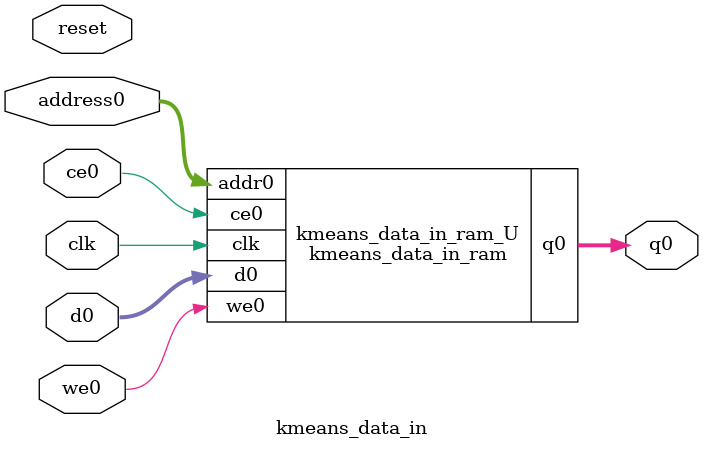
<source format=v>
`timescale 1 ns / 1 ps
module kmeans_data_in_ram (addr0, ce0, d0, we0, q0,  clk);

parameter DWIDTH = 31;
parameter AWIDTH = 30;
parameter MEM_SIZE = 838860800;

input[AWIDTH-1:0] addr0;
input ce0;
input[DWIDTH-1:0] d0;
input we0;
output wire[DWIDTH-1:0] q0;
input clk;

(* ram_style = "block" *)reg [DWIDTH-1:0] ram[0:MEM_SIZE-1];
wire [AWIDTH-1:0] addr0_t0; 
reg [AWIDTH-1:0] addr0_t1; 
wire [DWIDTH-1:0] d0_t0; 
wire we0_t0; 
reg [DWIDTH-1:0] d0_t1; 
reg we0_t1; 
reg [DWIDTH-1:0] q0_t0;
reg [DWIDTH-1:0] q0_t1;


assign addr0_t0 = addr0;
assign d0_t0 = d0;
assign we0_t0 = we0;
assign q0 = q0_t1;

always @(posedge clk)  
begin
    if (ce0) 
    begin
        addr0_t1 <= addr0_t0; 
        d0_t1 <= d0_t0;
        we0_t1 <= we0_t0;
        q0_t1 <= q0_t0;
    end
end


always @(posedge clk)  
begin 
    if (ce0) 
    begin
        if (we0_t1) 
        begin 
            ram[addr0_t1] <= d0_t1; 
        end 
        q0_t0 <= ram[addr0_t1];
    end
end


endmodule

`timescale 1 ns / 1 ps
module kmeans_data_in(
    reset,
    clk,
    address0,
    ce0,
    we0,
    d0,
    q0);

parameter DataWidth = 32'd31;
parameter AddressRange = 32'd838860800;
parameter AddressWidth = 32'd30;
input reset;
input clk;
input[AddressWidth - 1:0] address0;
input ce0;
input we0;
input[DataWidth - 1:0] d0;
output[DataWidth - 1:0] q0;



kmeans_data_in_ram kmeans_data_in_ram_U(
    .clk( clk ),
    .addr0( address0 ),
    .ce0( ce0 ),
    .we0( we0 ),
    .d0( d0 ),
    .q0( q0 ));

endmodule


</source>
